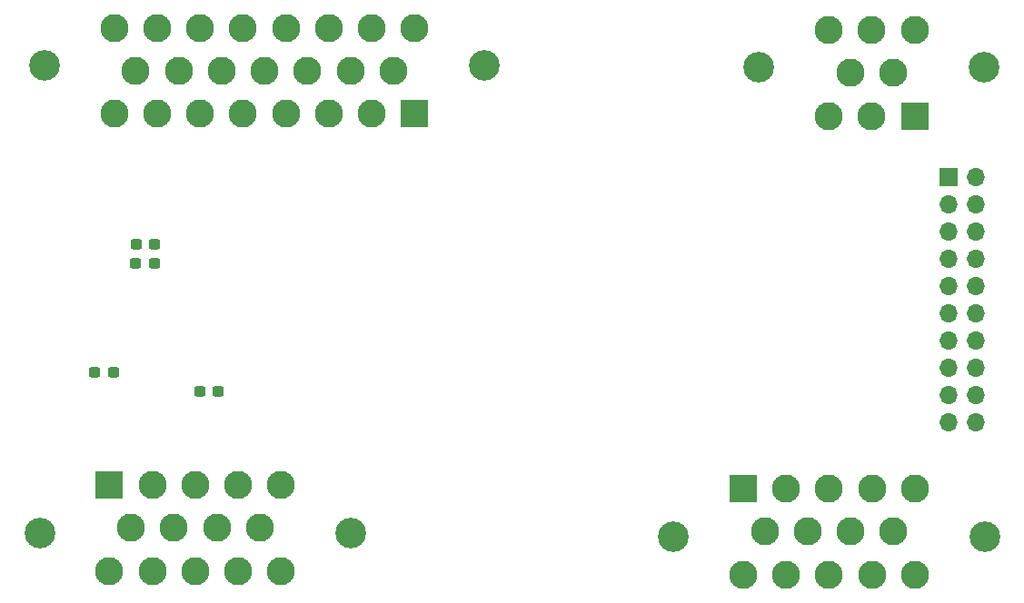
<source format=gbr>
%TF.GenerationSoftware,KiCad,Pcbnew,(6.0.1)*%
%TF.CreationDate,2022-02-14T11:56:50-05:00*%
%TF.ProjectId,driver-control-board,64726976-6572-42d6-936f-6e74726f6c2d,rev?*%
%TF.SameCoordinates,Original*%
%TF.FileFunction,Soldermask,Bot*%
%TF.FilePolarity,Negative*%
%FSLAX46Y46*%
G04 Gerber Fmt 4.6, Leading zero omitted, Abs format (unit mm)*
G04 Created by KiCad (PCBNEW (6.0.1)) date 2022-02-14 11:56:50*
%MOMM*%
%LPD*%
G01*
G04 APERTURE LIST*
G04 Aperture macros list*
%AMRoundRect*
0 Rectangle with rounded corners*
0 $1 Rounding radius*
0 $2 $3 $4 $5 $6 $7 $8 $9 X,Y pos of 4 corners*
0 Add a 4 corners polygon primitive as box body*
4,1,4,$2,$3,$4,$5,$6,$7,$8,$9,$2,$3,0*
0 Add four circle primitives for the rounded corners*
1,1,$1+$1,$2,$3*
1,1,$1+$1,$4,$5*
1,1,$1+$1,$6,$7*
1,1,$1+$1,$8,$9*
0 Add four rect primitives between the rounded corners*
20,1,$1+$1,$2,$3,$4,$5,0*
20,1,$1+$1,$4,$5,$6,$7,0*
20,1,$1+$1,$6,$7,$8,$9,0*
20,1,$1+$1,$8,$9,$2,$3,0*%
G04 Aperture macros list end*
%ADD10C,2.850000*%
%ADD11R,2.625000X2.625000*%
%ADD12C,2.625000*%
%ADD13R,1.700000X1.700000*%
%ADD14O,1.700000X1.700000*%
%ADD15RoundRect,0.237500X0.300000X0.237500X-0.300000X0.237500X-0.300000X-0.237500X0.300000X-0.237500X0*%
G04 APERTURE END LIST*
D10*
%TO.C,J4*%
X108862000Y-84908000D03*
X67862000Y-84908000D03*
D11*
X102362000Y-89408000D03*
D12*
X98362000Y-89408000D03*
X94362000Y-89408000D03*
X90362000Y-89408000D03*
X86362000Y-89408000D03*
X82362000Y-89408000D03*
X78362000Y-89408000D03*
X74362000Y-89408000D03*
X100362000Y-85408000D03*
X96362000Y-85408000D03*
X92362000Y-85408000D03*
X88362000Y-85408000D03*
X84362000Y-85408000D03*
X80362000Y-85408000D03*
X76362000Y-85408000D03*
X102362000Y-81408000D03*
X98362000Y-81408000D03*
X94362000Y-81408000D03*
X90362000Y-81408000D03*
X86362000Y-81408000D03*
X82362000Y-81408000D03*
X78362000Y-81408000D03*
X74362000Y-81408000D03*
%TD*%
D10*
%TO.C,J3*%
X155448000Y-85090000D03*
X134448000Y-85090000D03*
D11*
X148948000Y-89590000D03*
D12*
X144948000Y-89590000D03*
X140948000Y-89590000D03*
X146948000Y-85590000D03*
X142948000Y-85590000D03*
X148948000Y-81590000D03*
X144948000Y-81590000D03*
X140948000Y-81590000D03*
%TD*%
D10*
%TO.C,J6*%
X155470000Y-128853500D03*
X126470000Y-128853500D03*
D11*
X132970000Y-124353500D03*
D12*
X136970000Y-124353500D03*
X140970000Y-124353500D03*
X144970000Y-124353500D03*
X148970000Y-124353500D03*
X134970000Y-128353500D03*
X138970000Y-128353500D03*
X142970000Y-128353500D03*
X146970000Y-128353500D03*
X132970000Y-132353500D03*
X136970000Y-132353500D03*
X140970000Y-132353500D03*
X144970000Y-132353500D03*
X148970000Y-132353500D03*
%TD*%
D10*
%TO.C,J2*%
X67415000Y-128516000D03*
X96415000Y-128516000D03*
D11*
X73915000Y-124016000D03*
D12*
X77915000Y-124016000D03*
X81915000Y-124016000D03*
X85915000Y-124016000D03*
X89915000Y-124016000D03*
X75915000Y-128016000D03*
X79915000Y-128016000D03*
X83915000Y-128016000D03*
X87915000Y-128016000D03*
X73915000Y-132016000D03*
X77915000Y-132016000D03*
X81915000Y-132016000D03*
X85915000Y-132016000D03*
X89915000Y-132016000D03*
%TD*%
D13*
%TO.C,J5*%
X152084000Y-95255000D03*
D14*
X154624000Y-95255000D03*
X152084000Y-97795000D03*
X154624000Y-97795000D03*
X152084000Y-100335000D03*
X154624000Y-100335000D03*
X152084000Y-102875000D03*
X154624000Y-102875000D03*
X152084000Y-105415000D03*
X154624000Y-105415000D03*
X152084000Y-107955000D03*
X154624000Y-107955000D03*
X152084000Y-110495000D03*
X154624000Y-110495000D03*
X152084000Y-113035000D03*
X154624000Y-113035000D03*
X152084000Y-115575000D03*
X154624000Y-115575000D03*
X152084000Y-118115000D03*
X154624000Y-118115000D03*
%TD*%
D15*
%TO.C,C5*%
X78105000Y-101600000D03*
X76380000Y-101600000D03*
%TD*%
%TO.C,C7*%
X78078500Y-103378000D03*
X76353500Y-103378000D03*
%TD*%
%TO.C,C9*%
X74268500Y-113538000D03*
X72543500Y-113538000D03*
%TD*%
%TO.C,C11*%
X84047500Y-115316000D03*
X82322500Y-115316000D03*
%TD*%
M02*

</source>
